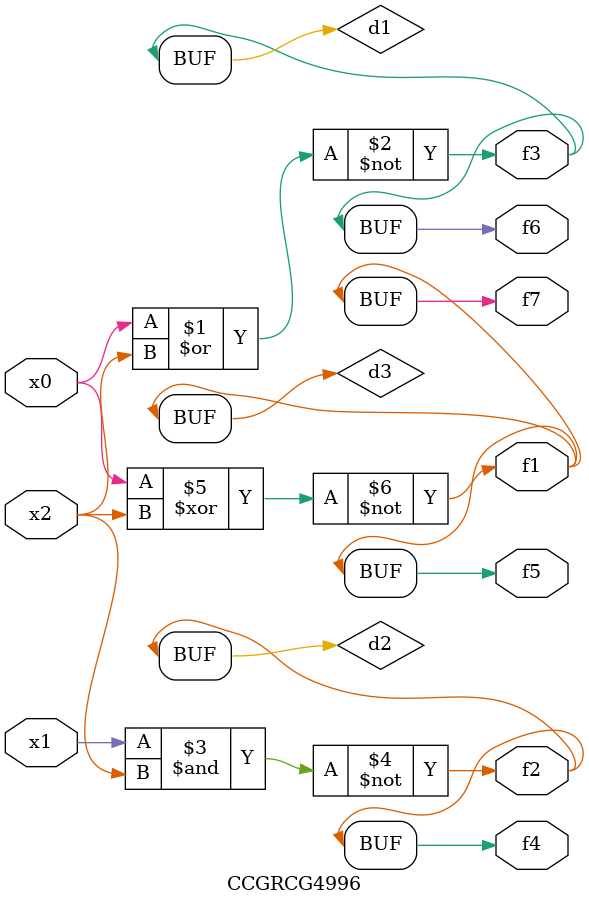
<source format=v>
module CCGRCG4996(
	input x0, x1, x2,
	output f1, f2, f3, f4, f5, f6, f7
);

	wire d1, d2, d3;

	nor (d1, x0, x2);
	nand (d2, x1, x2);
	xnor (d3, x0, x2);
	assign f1 = d3;
	assign f2 = d2;
	assign f3 = d1;
	assign f4 = d2;
	assign f5 = d3;
	assign f6 = d1;
	assign f7 = d3;
endmodule

</source>
